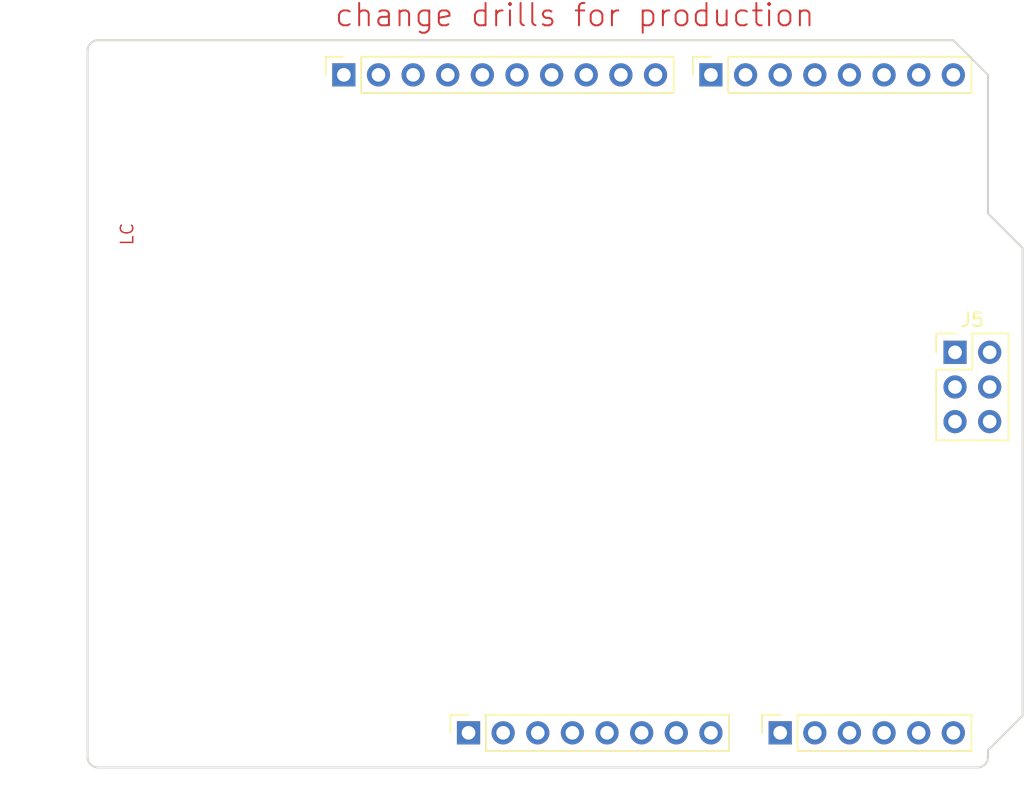
<source format=kicad_pcb>
(kicad_pcb (version 20241229) (generator "pcbnew") (generator_version "9.0")
  (title_block (date "mar. 31 mars 2015"))
  (layers (0 "F.Cu" signal) (2 "B.Cu" signal) (13 "F.Paste" user) (15 "B.Paste" user) (5 "F.SilkS" user "F.Silkscreen") (7 "B.SilkS" user "B.Silkscreen") (1 "F.Mask" user) (3 "B.Mask" user) (25 "Edge.Cuts" user))
  (net 0 "")
  (net 1 "GND")
  (net 3 "+5V")
  (net 4 "/IOREF")
  (net 5 "/A0")
  (net 6 "/A1")
  (net 7 "/A2")
  (net 8 "/A3")
  (net 9 "/SDA{slash}A4")
  (net 10 "/SCL{slash}A5")
  (net 11 "/13")
  (net 12 "/12")
  (net 13 "/AREF")
  (net 14 "/8")
  (net 15 "/7")
  (net 16 "/*11")
  (net 17 "/*10")
  (net 18 "/*9")
  (net 19 "/4")
  (net 20 "/2")
  (net 21 "/*6")
  (net 22 "/*5")
  (net 23 "/TX{slash}1")
  (net 24 "/*3")
  (net 25 "/RX{slash}0")
  (net 26 "+3V3")
  (net 27 "VCC")
  (net 28 "/~{RESET}")
  (net 29 "/MOSI")
  (net 30 "/MISO")
  (net 31 "/SCK")
  (footprint "Connector_PinSocket_2.54mm:PinSocket_1x08_P2.54mm_Vertical" (layer "F.Cu") (at 127.94 97.46 90)
    (property "Reference" "J1" (hide yes))
    (property "Value" "Power")
    (fp_line (start 1.33 -1.33) (end 1.33 0) (stroke (width 0.12)) (layer "F.SilkS"))
    (fp_line (start 0 -1.33) (end 1.33 -1.33) (stroke (width 0.12)) (layer "F.SilkS"))
    (fp_line (start 1.33 1.27) (end 1.33 19.11) (stroke (width 0.12)) (layer "F.SilkS"))
    (fp_line (start -1.33 1.27) (end 1.33 1.27) (stroke (width 0.12)) (layer "F.SilkS"))
    (fp_line (start -1.33 1.27) (end -1.33 19.11) (stroke (width 0.12)) (layer "F.SilkS"))
    (fp_line (start -1.33 19.11) (end 1.33 19.11) (stroke (width 0.12)) (layer "F.SilkS"))
    (pad "1" thru_hole rect (at 0 0 90) (size 1.7 1.7) (drill 1) (layers "*.Cu" "*.Mask"))
    (pad "2" thru_hole oval (at 0 2.54 90) (size 1.7 1.7) (drill 1) (layers "*.Cu" "*.Mask") (net 4 "/IOREF"))
    (pad "3" thru_hole oval (at 0 5.08 90) (size 1.7 1.7) (drill 1) (layers "*.Cu" "*.Mask") (net 28 "/~{RESET}"))
    (pad "4" thru_hole oval (at 0 7.62 90) (size 1.7 1.7) (drill 1) (layers "*.Cu" "*.Mask") (net 26 "+3V3"))
    (pad "5" thru_hole oval (at 0 10.16 90) (size 1.7 1.7) (drill 1) (layers "*.Cu" "*.Mask") (net 3 "+5V"))
    (pad "6" thru_hole oval (at 0 12.7 90) (size 1.7 1.7) (drill 1) (layers "*.Cu" "*.Mask") (net 1 "GND"))
    (pad "7" thru_hole oval (at 0 15.24 90) (size 1.7 1.7) (drill 1) (layers "*.Cu" "*.Mask") (net 1 "GND"))
    (pad "8" thru_hole oval (at 0 17.78 90) (size 1.7 1.7) (drill 1) (layers "*.Cu" "*.Mask") (net 27 "VCC"))
  )
  (footprint "Connector_PinSocket_2.54mm:PinSocket_1x06_P2.54mm_Vertical" (layer "F.Cu") (at 150.8 97.46 90)
    (property "Reference" "J3" (hide yes))
    (property "Value" "Analog")
    (fp_line (start 1.33 -1.33) (end 1.33 0) (stroke (width 0.12)) (layer "F.SilkS"))
    (fp_line (start 0 -1.33) (end 1.33 -1.33) (stroke (width 0.12)) (layer "F.SilkS"))
    (fp_line (start 1.33 1.27) (end 1.33 14.03) (stroke (width 0.12)) (layer "F.SilkS"))
    (fp_line (start -1.33 1.27) (end 1.33 1.27) (stroke (width 0.12)) (layer "F.SilkS"))
    (fp_line (start -1.33 1.27) (end -1.33 14.03) (stroke (width 0.12)) (layer "F.SilkS"))
    (fp_line (start -1.33 14.03) (end 1.33 14.03) (stroke (width 0.12)) (layer "F.SilkS"))
    (pad "1" thru_hole rect (at 0 0 90) (size 1.7 1.7) (drill 1) (layers "*.Cu" "*.Mask") (net 5 "/A0"))
    (pad "2" thru_hole oval (at 0 2.54 90) (size 1.7 1.7) (drill 1) (layers "*.Cu" "*.Mask") (net 6 "/A1"))
    (pad "3" thru_hole oval (at 0 5.08 90) (size 1.7 1.7) (drill 1) (layers "*.Cu" "*.Mask") (net 7 "/A2"))
    (pad "4" thru_hole oval (at 0 7.62 90) (size 1.7 1.7) (drill 1) (layers "*.Cu" "*.Mask") (net 8 "/A3"))
    (pad "5" thru_hole oval (at 0 10.16 90) (size 1.7 1.7) (drill 1) (layers "*.Cu" "*.Mask") (net 9 "/SDA{slash}A4"))
    (pad "6" thru_hole oval (at 0 12.7 90) (size 1.7 1.7) (drill 1) (layers "*.Cu" "*.Mask") (net 10 "/SCL{slash}A5"))
  )
  (footprint "Connector_PinSocket_2.54mm:PinSocket_1x10_P2.54mm_Vertical" (layer "F.Cu") (at 118.796 49.2 90)
    (property "Reference" "J2" (hide yes))
    (property "Value" "Digital/PWM")
    (fp_line (start 1.33 -1.33) (end 1.33 0) (stroke (width 0.12)) (layer "F.SilkS"))
    (fp_line (start 0 -1.33) (end 1.33 -1.33) (stroke (width 0.12)) (layer "F.SilkS"))
    (fp_line (start 1.33 1.27) (end 1.33 24.19) (stroke (width 0.12)) (layer "F.SilkS"))
    (fp_line (start -1.33 1.27) (end 1.33 1.27) (stroke (width 0.12)) (layer "F.SilkS"))
    (fp_line (start -1.33 1.27) (end -1.33 24.19) (stroke (width 0.12)) (layer "F.SilkS"))
    (fp_line (start -1.33 24.19) (end 1.33 24.19) (stroke (width 0.12)) (layer "F.SilkS"))
    (pad "1" thru_hole rect (at 0 0 90) (size 1.7 1.7) (drill 1) (layers "*.Cu" "*.Mask") (net 10 "/SCL{slash}A5"))
    (pad "2" thru_hole oval (at 0 2.54 90) (size 1.7 1.7) (drill 1) (layers "*.Cu" "*.Mask") (net 9 "/SDA{slash}A4"))
    (pad "3" thru_hole oval (at 0 5.08 90) (size 1.7 1.7) (drill 1) (layers "*.Cu" "*.Mask") (net 13 "/AREF"))
    (pad "4" thru_hole oval (at 0 7.62 90) (size 1.7 1.7) (drill 1) (layers "*.Cu" "*.Mask") (net 1 "GND"))
    (pad "5" thru_hole oval (at 0 10.16 90) (size 1.7 1.7) (drill 1) (layers "*.Cu" "*.Mask") (net 11 "/13"))
    (pad "6" thru_hole oval (at 0 12.7 90) (size 1.7 1.7) (drill 1) (layers "*.Cu" "*.Mask") (net 12 "/12"))
    (pad "7" thru_hole oval (at 0 15.24 90) (size 1.7 1.7) (drill 1) (layers "*.Cu" "*.Mask") (net 16 "/*11"))
    (pad "8" thru_hole oval (at 0 17.78 90) (size 1.7 1.7) (drill 1) (layers "*.Cu" "*.Mask") (net 17 "/*10"))
    (pad "9" thru_hole oval (at 0 20.32 90) (size 1.7 1.7) (drill 1) (layers "*.Cu" "*.Mask") (net 18 "/*9"))
    (pad "10" thru_hole oval (at 0 22.86 90) (size 1.7 1.7) (drill 1) (layers "*.Cu" "*.Mask") (net 14 "/8"))
  )
  (footprint "Connector_PinSocket_2.54mm:PinSocket_1x08_P2.54mm_Vertical" (layer "F.Cu") (at 145.72 49.2 90)
    (property "Reference" "J4" (hide yes))
    (property "Value" "Digital/PWM")
    (fp_line (start 1.33 -1.33) (end 1.33 0) (stroke (width 0.12)) (layer "F.SilkS"))
    (fp_line (start 0 -1.33) (end 1.33 -1.33) (stroke (width 0.12)) (layer "F.SilkS"))
    (fp_line (start 1.33 1.27) (end 1.33 19.11) (stroke (width 0.12)) (layer "F.SilkS"))
    (fp_line (start -1.33 1.27) (end 1.33 1.27) (stroke (width 0.12)) (layer "F.SilkS"))
    (fp_line (start -1.33 1.27) (end -1.33 19.11) (stroke (width 0.12)) (layer "F.SilkS"))
    (fp_line (start -1.33 19.11) (end 1.33 19.11) (stroke (width 0.12)) (layer "F.SilkS"))
    (pad "1" thru_hole rect (at 0 0 90) (size 1.7 1.7) (drill 1) (layers "*.Cu" "*.Mask") (net 15 "/7"))
    (pad "2" thru_hole oval (at 0 2.54 90) (size 1.7 1.7) (drill 1) (layers "*.Cu" "*.Mask") (net 21 "/*6"))
    (pad "3" thru_hole oval (at 0 5.08 90) (size 1.7 1.7) (drill 1) (layers "*.Cu" "*.Mask") (net 22 "/*5"))
    (pad "4" thru_hole oval (at 0 7.62 90) (size 1.7 1.7) (drill 1) (layers "*.Cu" "*.Mask") (net 19 "/4"))
    (pad "5" thru_hole oval (at 0 10.16 90) (size 1.7 1.7) (drill 1) (layers "*.Cu" "*.Mask") (net 24 "/*3"))
    (pad "6" thru_hole oval (at 0 12.7 90) (size 1.7 1.7) (drill 1) (layers "*.Cu" "*.Mask") (net 20 "/2"))
    (pad "7" thru_hole oval (at 0 15.24 90) (size 1.7 1.7) (drill 1) (layers "*.Cu" "*.Mask") (net 23 "/TX{slash}1"))
    (pad "8" thru_hole oval (at 0 17.78 90) (size 1.7 1.7) (drill 1) (layers "*.Cu" "*.Mask") (net 25 "/RX{slash}0"))
  )
  (footprint "Arduino_MountingHole:MountingHole_3.2mm" (layer "F.Cu") (at 115.24 49.2)
    (property "Reference" "MH1" (hide yes))
    (property "Value" "MountingHole_3.2mm" (hide yes))
    (pad "" np_thru_hole circle (at 0 0) (size 3.2 3.2) (drill 3.2) (layers "*.Cu" "*.Mask"))
  )
  (footprint "Connector_PinHeader_2.54mm:PinHeader_2x03_P2.54mm_Vertical" (layer "F.Cu") (at 163.624711 69.552226)
    (property "Reference" "J5" (at 1.27 -2.38 0) (layer "F.SilkS"))
    (property "Value" "ICSP")
    (fp_line (start -1.38 -1.38) (end 0 -1.38) (stroke (width 0.12)) (layer "F.SilkS"))
    (fp_line (start -1.38 0) (end -1.38 -1.38) (stroke (width 0.12)) (layer "F.SilkS"))
    (fp_line (start -1.38 1.27) (end -1.38 6.46) (stroke (width 0.12)) (layer "F.SilkS"))
    (fp_line (start -1.38 1.27) (end 1.27 1.27) (stroke (width 0.12)) (layer "F.SilkS"))
    (fp_line (start -1.38 6.46) (end 3.92 6.46) (stroke (width 0.12)) (layer "F.SilkS"))
    (fp_line (start 1.27 -1.38) (end 3.92 -1.38) (stroke (width 0.12)) (layer "F.SilkS"))
    (fp_line (start 1.27 1.27) (end 1.27 -1.38) (stroke (width 0.12)) (layer "F.SilkS"))
    (fp_line (start 3.92 -1.38) (end 3.92 6.46) (stroke (width 0.12)) (layer "F.SilkS"))
    (pad "1" thru_hole rect (at 0 0) (size 1.7 1.7) (drill 1) (layers "*.Cu" "*.Mask") (net 30 "/MISO"))
    (pad "2" thru_hole circle (at 2.54 0) (size 1.7 1.7) (drill 1) (layers "*.Cu" "*.Mask") (net 3 "+5V"))
    (pad "3" thru_hole circle (at 0 2.54) (size 1.7 1.7) (drill 1) (layers "*.Cu" "*.Mask") (net 31 "/SCK"))
    (pad "4" thru_hole circle (at 2.54 2.54) (size 1.7 1.7) (drill 1) (layers "*.Cu" "*.Mask") (net 29 "/MOSI"))
    (pad "5" thru_hole circle (at 0 5.08) (size 1.7 1.7) (drill 1) (layers "*.Cu" "*.Mask"))
    (pad "6" thru_hole circle (at 2.54 5.08) (size 1.7 1.7) (drill 1) (layers "*.Cu" "*.Mask") (net 1 "GND"))
  )
  (footprint "Arduino_MountingHole:MountingHole_3.2mm" (layer "F.Cu") (at 113.97 97.46)
    (property "Reference" "MH2" (hide yes))
    (property "Value" "MountingHole_3.2mm" (hide yes))
    (pad "" np_thru_hole circle (at 0 0) (size 3.2 3.2) (drill 3.2) (layers "*.Cu" "*.Mask"))
  )
  (footprint "Arduino_MountingHole:MountingHole_3.2mm" (layer "F.Cu") (at 166.04 64.44)
    (property "Reference" "MH3" (hide yes))
    (property "Value" "MountingHole_3.2mm" (hide yes))
    (pad "" np_thru_hole circle (at 0 0) (size 3.2 3.2) (drill 3.2) (layers "*.Cu" "*.Mask"))
  )
  (footprint "Arduino_MountingHole:MountingHole_3.2mm" (layer "F.Cu") (at 166.04 92.38)
    (property "Reference" "MH4" (hide yes))
    (property "Value" "MountingHole_3.2mm" (hide yes))
    (pad "" np_thru_hole circle (at 0 0) (size 3.2 3.2) (drill 3.2) (layers "*.Cu" "*.Mask"))
  )
  (gr_line (start 166.04 59.36) (end 168.58 61.9) (stroke (width 0.15)) (layer "Edge.Cuts"))
  (gr_line (start 100 99.238) (end 100 47.422) (stroke (width 0.15)) (layer "Edge.Cuts"))
  (gr_line (start 168.58 61.9) (end 168.58 96.19) (stroke (width 0.15)) (layer "Edge.Cuts"))
  (gr_line (start 165.278 100) (end 100.762 100) (stroke (width 0.15)) (layer "Edge.Cuts"))
  (gr_line (start 100.762 46.66) (end 163.5 46.66) (stroke (width 0.15)) (layer "Edge.Cuts"))
  (gr_arc (start 100.762 100) (mid 100.223185 99.776815) (end 100 99.238) (stroke (width 0.15)) (layer "Edge.Cuts"))
  (gr_line (start 168.58 96.19) (end 166.04 98.73) (stroke (width 0.15)) (layer "Edge.Cuts"))
  (gr_line (start 163.5 46.66) (end 166.04 49.2) (stroke (width 0.15)) (layer "Edge.Cuts"))
  (gr_arc (start 166.04 99.238) (mid 165.816815 99.776815) (end 165.278 100) (stroke (width 0.15)) (layer "Edge.Cuts"))
  (gr_line (start 166.04 49.2) (end 166.04 59.36) (stroke (width 0.15)) (layer "Edge.Cuts"))
  (gr_line (start 166.04 98.73) (end 166.04 99.238) (stroke (width 0.15)) (layer "Edge.Cuts"))
  (gr_arc (start 100 47.422) (mid 100.223185 46.883185) (end 100.762 46.66) (stroke (width 0.15)) (layer "Edge.Cuts"))
  (gr_text "change drills for production" (at 118.034362 45.771 0) (layer "F.Cu") (effects (font (size 1.63576 1.63576) (thickness 0.14224)) (justify left bottom)))
  (gr_text "LC" (at 103.429362 61.773 90) (layer "F.Cu") (effects (font (size 0.9144 0.9144) (thickness 0.1016)) (justify left bottom)))
)
</source>
